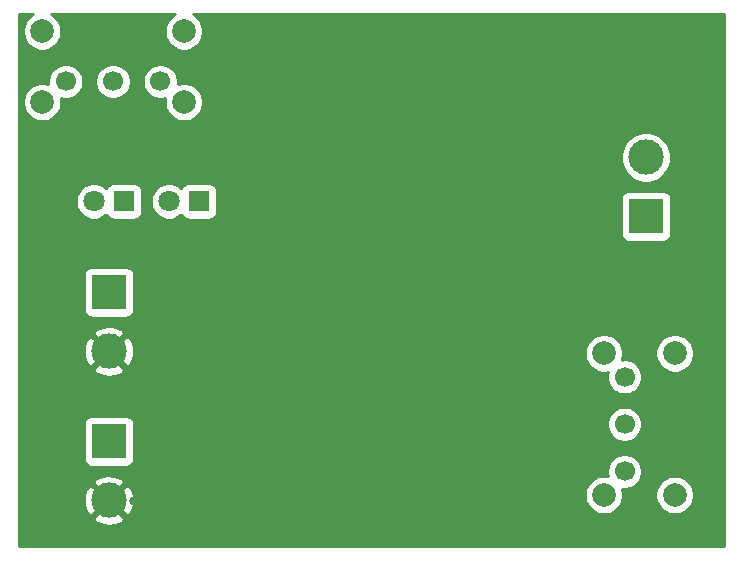
<source format=gbr>
%TF.GenerationSoftware,KiCad,Pcbnew,(5.1.10)-1*%
%TF.CreationDate,2021-08-29T18:49:46-07:00*%
%TF.ProjectId,Solar Charger,536f6c61-7220-4436-9861-726765722e6b,rev?*%
%TF.SameCoordinates,Original*%
%TF.FileFunction,Copper,L2,Bot*%
%TF.FilePolarity,Positive*%
%FSLAX46Y46*%
G04 Gerber Fmt 4.6, Leading zero omitted, Abs format (unit mm)*
G04 Created by KiCad (PCBNEW (5.1.10)-1) date 2021-08-29 18:49:46*
%MOMM*%
%LPD*%
G01*
G04 APERTURE LIST*
%TA.AperFunction,ComponentPad*%
%ADD10C,1.700000*%
%TD*%
%TA.AperFunction,ComponentPad*%
%ADD11C,2.000000*%
%TD*%
%TA.AperFunction,ComponentPad*%
%ADD12C,1.800000*%
%TD*%
%TA.AperFunction,ComponentPad*%
%ADD13R,1.800000X1.800000*%
%TD*%
%TA.AperFunction,ComponentPad*%
%ADD14C,3.000000*%
%TD*%
%TA.AperFunction,ComponentPad*%
%ADD15R,3.000000X3.000000*%
%TD*%
%TA.AperFunction,ViaPad*%
%ADD16C,0.800000*%
%TD*%
%TA.AperFunction,Conductor*%
%ADD17C,0.254000*%
%TD*%
%TA.AperFunction,Conductor*%
%ADD18C,0.100000*%
%TD*%
G04 APERTURE END LIST*
D10*
%TO.P,Output +5V,3*%
%TO.N,N/C*%
X119860000Y-83440000D03*
%TO.P,Output +5V,2*%
%TO.N,Bat_Boost*%
X119860000Y-87440000D03*
%TO.P,Output +5V,1*%
%TO.N,-Charge*%
X119860000Y-91440000D03*
D11*
%TO.P,Output +5V,*%
%TO.N,*%
X124110000Y-93440000D03*
X124110000Y-81440000D03*
X118110000Y-81440000D03*
X118110000Y-93440000D03*
%TD*%
D12*
%TO.P,Fully Charged,2*%
%TO.N,Net-(D1-Pad2)*%
X81280000Y-68580000D03*
D13*
%TO.P,Fully Charged,1*%
%TO.N,Net-(D2-Pad1)*%
X83820000Y-68580000D03*
%TD*%
D10*
%TO.P,Charge Battery,3*%
%TO.N,N/C*%
X72550000Y-58420000D03*
%TO.P,Charge Battery,2*%
%TO.N,Charge*%
X76550000Y-58420000D03*
%TO.P,Charge Battery,1*%
%TO.N,VDC*%
X80550000Y-58420000D03*
D11*
%TO.P,Charge Battery,*%
%TO.N,*%
X82550000Y-54170000D03*
X70550000Y-54170000D03*
X70550000Y-60170000D03*
X82550000Y-60170000D03*
%TD*%
D14*
%TO.P,5V Output,2*%
%TO.N,GND*%
X76200000Y-93900000D03*
D15*
%TO.P,5V Output,1*%
%TO.N,+5V*%
X76200000Y-88900000D03*
%TD*%
D14*
%TO.P,Solar Panel,2*%
%TO.N,GND*%
X76200000Y-81280000D03*
D15*
%TO.P,Solar Panel,1*%
%TO.N,VDC*%
X76200000Y-76280000D03*
%TD*%
D14*
%TO.P,Battery,2*%
%TO.N,-BATT*%
X121666000Y-64850000D03*
D15*
%TO.P,Battery,1*%
%TO.N,-Charge*%
X121666000Y-69850000D03*
%TD*%
D12*
%TO.P,Charging,2*%
%TO.N,Net-(D1-Pad2)*%
X74930000Y-68580000D03*
D13*
%TO.P,Charging,1*%
%TO.N,Net-(D1-Pad1)*%
X77470000Y-68580000D03*
%TD*%
D16*
%TO.N,GND*%
X78359000Y-93980000D03*
X102235000Y-87122000D03*
X88900000Y-97155000D03*
X95250000Y-97282000D03*
X92710000Y-88646000D03*
X84455000Y-86360000D03*
X89535000Y-81280000D03*
X93980000Y-74422000D03*
X101600000Y-80518000D03*
X104775000Y-78740000D03*
X103124000Y-78740000D03*
X110998000Y-85090000D03*
X110490000Y-82169000D03*
X111760000Y-71882000D03*
X100330000Y-70485000D03*
X105410000Y-69342000D03*
X115443000Y-55118000D03*
X116713000Y-59690000D03*
X109855000Y-62230000D03*
X105410000Y-60325000D03*
X99060000Y-53848000D03*
X86106000Y-60960000D03*
X109601000Y-91440000D03*
%TD*%
D17*
%TO.N,GND*%
X69507748Y-52900013D02*
X69280013Y-53127748D01*
X69101082Y-53395537D01*
X68977832Y-53693088D01*
X68915000Y-54008967D01*
X68915000Y-54331033D01*
X68977832Y-54646912D01*
X69101082Y-54944463D01*
X69280013Y-55212252D01*
X69507748Y-55439987D01*
X69775537Y-55618918D01*
X70073088Y-55742168D01*
X70388967Y-55805000D01*
X70711033Y-55805000D01*
X71026912Y-55742168D01*
X71324463Y-55618918D01*
X71592252Y-55439987D01*
X71819987Y-55212252D01*
X71998918Y-54944463D01*
X72122168Y-54646912D01*
X72185000Y-54331033D01*
X72185000Y-54008967D01*
X72122168Y-53693088D01*
X71998918Y-53395537D01*
X71819987Y-53127748D01*
X71592252Y-52900013D01*
X71337810Y-52730000D01*
X81762190Y-52730000D01*
X81507748Y-52900013D01*
X81280013Y-53127748D01*
X81101082Y-53395537D01*
X80977832Y-53693088D01*
X80915000Y-54008967D01*
X80915000Y-54331033D01*
X80977832Y-54646912D01*
X81101082Y-54944463D01*
X81280013Y-55212252D01*
X81507748Y-55439987D01*
X81775537Y-55618918D01*
X82073088Y-55742168D01*
X82388967Y-55805000D01*
X82711033Y-55805000D01*
X83026912Y-55742168D01*
X83324463Y-55618918D01*
X83592252Y-55439987D01*
X83819987Y-55212252D01*
X83998918Y-54944463D01*
X84122168Y-54646912D01*
X84185000Y-54331033D01*
X84185000Y-54008967D01*
X84122168Y-53693088D01*
X83998918Y-53395537D01*
X83819987Y-53127748D01*
X83592252Y-52900013D01*
X83337810Y-52730000D01*
X128245000Y-52730000D01*
X128245001Y-97765000D01*
X68605000Y-97765000D01*
X68605000Y-95391653D01*
X74887952Y-95391653D01*
X75043962Y-95707214D01*
X75418745Y-95898020D01*
X75823551Y-96012044D01*
X76242824Y-96044902D01*
X76660451Y-95995334D01*
X77060383Y-95865243D01*
X77356038Y-95707214D01*
X77512048Y-95391653D01*
X76200000Y-94079605D01*
X74887952Y-95391653D01*
X68605000Y-95391653D01*
X68605000Y-93942824D01*
X74055098Y-93942824D01*
X74104666Y-94360451D01*
X74234757Y-94760383D01*
X74392786Y-95056038D01*
X74708347Y-95212048D01*
X76020395Y-93900000D01*
X76379605Y-93900000D01*
X77691653Y-95212048D01*
X78007214Y-95056038D01*
X78198020Y-94681255D01*
X78312044Y-94276449D01*
X78344902Y-93857176D01*
X78295334Y-93439549D01*
X78243100Y-93278967D01*
X116475000Y-93278967D01*
X116475000Y-93601033D01*
X116537832Y-93916912D01*
X116661082Y-94214463D01*
X116840013Y-94482252D01*
X117067748Y-94709987D01*
X117335537Y-94888918D01*
X117633088Y-95012168D01*
X117948967Y-95075000D01*
X118271033Y-95075000D01*
X118586912Y-95012168D01*
X118884463Y-94888918D01*
X119152252Y-94709987D01*
X119379987Y-94482252D01*
X119558918Y-94214463D01*
X119682168Y-93916912D01*
X119745000Y-93601033D01*
X119745000Y-93278967D01*
X122475000Y-93278967D01*
X122475000Y-93601033D01*
X122537832Y-93916912D01*
X122661082Y-94214463D01*
X122840013Y-94482252D01*
X123067748Y-94709987D01*
X123335537Y-94888918D01*
X123633088Y-95012168D01*
X123948967Y-95075000D01*
X124271033Y-95075000D01*
X124586912Y-95012168D01*
X124884463Y-94888918D01*
X125152252Y-94709987D01*
X125379987Y-94482252D01*
X125558918Y-94214463D01*
X125682168Y-93916912D01*
X125745000Y-93601033D01*
X125745000Y-93278967D01*
X125682168Y-92963088D01*
X125558918Y-92665537D01*
X125379987Y-92397748D01*
X125152252Y-92170013D01*
X124884463Y-91991082D01*
X124586912Y-91867832D01*
X124271033Y-91805000D01*
X123948967Y-91805000D01*
X123633088Y-91867832D01*
X123335537Y-91991082D01*
X123067748Y-92170013D01*
X122840013Y-92397748D01*
X122661082Y-92665537D01*
X122537832Y-92963088D01*
X122475000Y-93278967D01*
X119745000Y-93278967D01*
X119682168Y-92963088D01*
X119662140Y-92914736D01*
X119713740Y-92925000D01*
X120006260Y-92925000D01*
X120293158Y-92867932D01*
X120563411Y-92755990D01*
X120806632Y-92593475D01*
X121013475Y-92386632D01*
X121175990Y-92143411D01*
X121287932Y-91873158D01*
X121345000Y-91586260D01*
X121345000Y-91293740D01*
X121287932Y-91006842D01*
X121175990Y-90736589D01*
X121013475Y-90493368D01*
X120806632Y-90286525D01*
X120563411Y-90124010D01*
X120293158Y-90012068D01*
X120006260Y-89955000D01*
X119713740Y-89955000D01*
X119426842Y-90012068D01*
X119156589Y-90124010D01*
X118913368Y-90286525D01*
X118706525Y-90493368D01*
X118544010Y-90736589D01*
X118432068Y-91006842D01*
X118375000Y-91293740D01*
X118375000Y-91586260D01*
X118424586Y-91835543D01*
X118271033Y-91805000D01*
X117948967Y-91805000D01*
X117633088Y-91867832D01*
X117335537Y-91991082D01*
X117067748Y-92170013D01*
X116840013Y-92397748D01*
X116661082Y-92665537D01*
X116537832Y-92963088D01*
X116475000Y-93278967D01*
X78243100Y-93278967D01*
X78165243Y-93039617D01*
X78007214Y-92743962D01*
X77691653Y-92587952D01*
X76379605Y-93900000D01*
X76020395Y-93900000D01*
X74708347Y-92587952D01*
X74392786Y-92743962D01*
X74201980Y-93118745D01*
X74087956Y-93523551D01*
X74055098Y-93942824D01*
X68605000Y-93942824D01*
X68605000Y-92408347D01*
X74887952Y-92408347D01*
X76200000Y-93720395D01*
X77512048Y-92408347D01*
X77356038Y-92092786D01*
X76981255Y-91901980D01*
X76576449Y-91787956D01*
X76157176Y-91755098D01*
X75739549Y-91804666D01*
X75339617Y-91934757D01*
X75043962Y-92092786D01*
X74887952Y-92408347D01*
X68605000Y-92408347D01*
X68605000Y-87400000D01*
X74061928Y-87400000D01*
X74061928Y-90400000D01*
X74074188Y-90524482D01*
X74110498Y-90644180D01*
X74169463Y-90754494D01*
X74248815Y-90851185D01*
X74345506Y-90930537D01*
X74455820Y-90989502D01*
X74575518Y-91025812D01*
X74700000Y-91038072D01*
X77700000Y-91038072D01*
X77824482Y-91025812D01*
X77944180Y-90989502D01*
X78054494Y-90930537D01*
X78151185Y-90851185D01*
X78230537Y-90754494D01*
X78289502Y-90644180D01*
X78325812Y-90524482D01*
X78338072Y-90400000D01*
X78338072Y-87400000D01*
X78327607Y-87293740D01*
X118375000Y-87293740D01*
X118375000Y-87586260D01*
X118432068Y-87873158D01*
X118544010Y-88143411D01*
X118706525Y-88386632D01*
X118913368Y-88593475D01*
X119156589Y-88755990D01*
X119426842Y-88867932D01*
X119713740Y-88925000D01*
X120006260Y-88925000D01*
X120293158Y-88867932D01*
X120563411Y-88755990D01*
X120806632Y-88593475D01*
X121013475Y-88386632D01*
X121175990Y-88143411D01*
X121287932Y-87873158D01*
X121345000Y-87586260D01*
X121345000Y-87293740D01*
X121287932Y-87006842D01*
X121175990Y-86736589D01*
X121013475Y-86493368D01*
X120806632Y-86286525D01*
X120563411Y-86124010D01*
X120293158Y-86012068D01*
X120006260Y-85955000D01*
X119713740Y-85955000D01*
X119426842Y-86012068D01*
X119156589Y-86124010D01*
X118913368Y-86286525D01*
X118706525Y-86493368D01*
X118544010Y-86736589D01*
X118432068Y-87006842D01*
X118375000Y-87293740D01*
X78327607Y-87293740D01*
X78325812Y-87275518D01*
X78289502Y-87155820D01*
X78230537Y-87045506D01*
X78151185Y-86948815D01*
X78054494Y-86869463D01*
X77944180Y-86810498D01*
X77824482Y-86774188D01*
X77700000Y-86761928D01*
X74700000Y-86761928D01*
X74575518Y-86774188D01*
X74455820Y-86810498D01*
X74345506Y-86869463D01*
X74248815Y-86948815D01*
X74169463Y-87045506D01*
X74110498Y-87155820D01*
X74074188Y-87275518D01*
X74061928Y-87400000D01*
X68605000Y-87400000D01*
X68605000Y-82771653D01*
X74887952Y-82771653D01*
X75043962Y-83087214D01*
X75418745Y-83278020D01*
X75823551Y-83392044D01*
X76242824Y-83424902D01*
X76660451Y-83375334D01*
X77060383Y-83245243D01*
X77356038Y-83087214D01*
X77512048Y-82771653D01*
X76200000Y-81459605D01*
X74887952Y-82771653D01*
X68605000Y-82771653D01*
X68605000Y-81322824D01*
X74055098Y-81322824D01*
X74104666Y-81740451D01*
X74234757Y-82140383D01*
X74392786Y-82436038D01*
X74708347Y-82592048D01*
X76020395Y-81280000D01*
X76379605Y-81280000D01*
X77691653Y-82592048D01*
X78007214Y-82436038D01*
X78198020Y-82061255D01*
X78312044Y-81656449D01*
X78341626Y-81278967D01*
X116475000Y-81278967D01*
X116475000Y-81601033D01*
X116537832Y-81916912D01*
X116661082Y-82214463D01*
X116840013Y-82482252D01*
X117067748Y-82709987D01*
X117335537Y-82888918D01*
X117633088Y-83012168D01*
X117948967Y-83075000D01*
X118271033Y-83075000D01*
X118424586Y-83044457D01*
X118375000Y-83293740D01*
X118375000Y-83586260D01*
X118432068Y-83873158D01*
X118544010Y-84143411D01*
X118706525Y-84386632D01*
X118913368Y-84593475D01*
X119156589Y-84755990D01*
X119426842Y-84867932D01*
X119713740Y-84925000D01*
X120006260Y-84925000D01*
X120293158Y-84867932D01*
X120563411Y-84755990D01*
X120806632Y-84593475D01*
X121013475Y-84386632D01*
X121175990Y-84143411D01*
X121287932Y-83873158D01*
X121345000Y-83586260D01*
X121345000Y-83293740D01*
X121287932Y-83006842D01*
X121175990Y-82736589D01*
X121013475Y-82493368D01*
X120806632Y-82286525D01*
X120563411Y-82124010D01*
X120293158Y-82012068D01*
X120006260Y-81955000D01*
X119713740Y-81955000D01*
X119662140Y-81965264D01*
X119682168Y-81916912D01*
X119745000Y-81601033D01*
X119745000Y-81278967D01*
X122475000Y-81278967D01*
X122475000Y-81601033D01*
X122537832Y-81916912D01*
X122661082Y-82214463D01*
X122840013Y-82482252D01*
X123067748Y-82709987D01*
X123335537Y-82888918D01*
X123633088Y-83012168D01*
X123948967Y-83075000D01*
X124271033Y-83075000D01*
X124586912Y-83012168D01*
X124884463Y-82888918D01*
X125152252Y-82709987D01*
X125379987Y-82482252D01*
X125558918Y-82214463D01*
X125682168Y-81916912D01*
X125745000Y-81601033D01*
X125745000Y-81278967D01*
X125682168Y-80963088D01*
X125558918Y-80665537D01*
X125379987Y-80397748D01*
X125152252Y-80170013D01*
X124884463Y-79991082D01*
X124586912Y-79867832D01*
X124271033Y-79805000D01*
X123948967Y-79805000D01*
X123633088Y-79867832D01*
X123335537Y-79991082D01*
X123067748Y-80170013D01*
X122840013Y-80397748D01*
X122661082Y-80665537D01*
X122537832Y-80963088D01*
X122475000Y-81278967D01*
X119745000Y-81278967D01*
X119682168Y-80963088D01*
X119558918Y-80665537D01*
X119379987Y-80397748D01*
X119152252Y-80170013D01*
X118884463Y-79991082D01*
X118586912Y-79867832D01*
X118271033Y-79805000D01*
X117948967Y-79805000D01*
X117633088Y-79867832D01*
X117335537Y-79991082D01*
X117067748Y-80170013D01*
X116840013Y-80397748D01*
X116661082Y-80665537D01*
X116537832Y-80963088D01*
X116475000Y-81278967D01*
X78341626Y-81278967D01*
X78344902Y-81237176D01*
X78295334Y-80819549D01*
X78165243Y-80419617D01*
X78007214Y-80123962D01*
X77691653Y-79967952D01*
X76379605Y-81280000D01*
X76020395Y-81280000D01*
X74708347Y-79967952D01*
X74392786Y-80123962D01*
X74201980Y-80498745D01*
X74087956Y-80903551D01*
X74055098Y-81322824D01*
X68605000Y-81322824D01*
X68605000Y-79788347D01*
X74887952Y-79788347D01*
X76200000Y-81100395D01*
X77512048Y-79788347D01*
X77356038Y-79472786D01*
X76981255Y-79281980D01*
X76576449Y-79167956D01*
X76157176Y-79135098D01*
X75739549Y-79184666D01*
X75339617Y-79314757D01*
X75043962Y-79472786D01*
X74887952Y-79788347D01*
X68605000Y-79788347D01*
X68605000Y-74780000D01*
X74061928Y-74780000D01*
X74061928Y-77780000D01*
X74074188Y-77904482D01*
X74110498Y-78024180D01*
X74169463Y-78134494D01*
X74248815Y-78231185D01*
X74345506Y-78310537D01*
X74455820Y-78369502D01*
X74575518Y-78405812D01*
X74700000Y-78418072D01*
X77700000Y-78418072D01*
X77824482Y-78405812D01*
X77944180Y-78369502D01*
X78054494Y-78310537D01*
X78151185Y-78231185D01*
X78230537Y-78134494D01*
X78289502Y-78024180D01*
X78325812Y-77904482D01*
X78338072Y-77780000D01*
X78338072Y-74780000D01*
X78325812Y-74655518D01*
X78289502Y-74535820D01*
X78230537Y-74425506D01*
X78151185Y-74328815D01*
X78054494Y-74249463D01*
X77944180Y-74190498D01*
X77824482Y-74154188D01*
X77700000Y-74141928D01*
X74700000Y-74141928D01*
X74575518Y-74154188D01*
X74455820Y-74190498D01*
X74345506Y-74249463D01*
X74248815Y-74328815D01*
X74169463Y-74425506D01*
X74110498Y-74535820D01*
X74074188Y-74655518D01*
X74061928Y-74780000D01*
X68605000Y-74780000D01*
X68605000Y-68428816D01*
X73395000Y-68428816D01*
X73395000Y-68731184D01*
X73453989Y-69027743D01*
X73569701Y-69307095D01*
X73737688Y-69558505D01*
X73951495Y-69772312D01*
X74202905Y-69940299D01*
X74482257Y-70056011D01*
X74778816Y-70115000D01*
X75081184Y-70115000D01*
X75377743Y-70056011D01*
X75657095Y-69940299D01*
X75908505Y-69772312D01*
X75974944Y-69705873D01*
X75980498Y-69724180D01*
X76039463Y-69834494D01*
X76118815Y-69931185D01*
X76215506Y-70010537D01*
X76325820Y-70069502D01*
X76445518Y-70105812D01*
X76570000Y-70118072D01*
X78370000Y-70118072D01*
X78494482Y-70105812D01*
X78614180Y-70069502D01*
X78724494Y-70010537D01*
X78821185Y-69931185D01*
X78900537Y-69834494D01*
X78959502Y-69724180D01*
X78995812Y-69604482D01*
X79008072Y-69480000D01*
X79008072Y-68428816D01*
X79745000Y-68428816D01*
X79745000Y-68731184D01*
X79803989Y-69027743D01*
X79919701Y-69307095D01*
X80087688Y-69558505D01*
X80301495Y-69772312D01*
X80552905Y-69940299D01*
X80832257Y-70056011D01*
X81128816Y-70115000D01*
X81431184Y-70115000D01*
X81727743Y-70056011D01*
X82007095Y-69940299D01*
X82258505Y-69772312D01*
X82324944Y-69705873D01*
X82330498Y-69724180D01*
X82389463Y-69834494D01*
X82468815Y-69931185D01*
X82565506Y-70010537D01*
X82675820Y-70069502D01*
X82795518Y-70105812D01*
X82920000Y-70118072D01*
X84720000Y-70118072D01*
X84844482Y-70105812D01*
X84964180Y-70069502D01*
X85074494Y-70010537D01*
X85171185Y-69931185D01*
X85250537Y-69834494D01*
X85309502Y-69724180D01*
X85345812Y-69604482D01*
X85358072Y-69480000D01*
X85358072Y-68350000D01*
X119527928Y-68350000D01*
X119527928Y-71350000D01*
X119540188Y-71474482D01*
X119576498Y-71594180D01*
X119635463Y-71704494D01*
X119714815Y-71801185D01*
X119811506Y-71880537D01*
X119921820Y-71939502D01*
X120041518Y-71975812D01*
X120166000Y-71988072D01*
X123166000Y-71988072D01*
X123290482Y-71975812D01*
X123410180Y-71939502D01*
X123520494Y-71880537D01*
X123617185Y-71801185D01*
X123696537Y-71704494D01*
X123755502Y-71594180D01*
X123791812Y-71474482D01*
X123804072Y-71350000D01*
X123804072Y-68350000D01*
X123791812Y-68225518D01*
X123755502Y-68105820D01*
X123696537Y-67995506D01*
X123617185Y-67898815D01*
X123520494Y-67819463D01*
X123410180Y-67760498D01*
X123290482Y-67724188D01*
X123166000Y-67711928D01*
X120166000Y-67711928D01*
X120041518Y-67724188D01*
X119921820Y-67760498D01*
X119811506Y-67819463D01*
X119714815Y-67898815D01*
X119635463Y-67995506D01*
X119576498Y-68105820D01*
X119540188Y-68225518D01*
X119527928Y-68350000D01*
X85358072Y-68350000D01*
X85358072Y-67680000D01*
X85345812Y-67555518D01*
X85309502Y-67435820D01*
X85250537Y-67325506D01*
X85171185Y-67228815D01*
X85074494Y-67149463D01*
X84964180Y-67090498D01*
X84844482Y-67054188D01*
X84720000Y-67041928D01*
X82920000Y-67041928D01*
X82795518Y-67054188D01*
X82675820Y-67090498D01*
X82565506Y-67149463D01*
X82468815Y-67228815D01*
X82389463Y-67325506D01*
X82330498Y-67435820D01*
X82324944Y-67454127D01*
X82258505Y-67387688D01*
X82007095Y-67219701D01*
X81727743Y-67103989D01*
X81431184Y-67045000D01*
X81128816Y-67045000D01*
X80832257Y-67103989D01*
X80552905Y-67219701D01*
X80301495Y-67387688D01*
X80087688Y-67601495D01*
X79919701Y-67852905D01*
X79803989Y-68132257D01*
X79745000Y-68428816D01*
X79008072Y-68428816D01*
X79008072Y-67680000D01*
X78995812Y-67555518D01*
X78959502Y-67435820D01*
X78900537Y-67325506D01*
X78821185Y-67228815D01*
X78724494Y-67149463D01*
X78614180Y-67090498D01*
X78494482Y-67054188D01*
X78370000Y-67041928D01*
X76570000Y-67041928D01*
X76445518Y-67054188D01*
X76325820Y-67090498D01*
X76215506Y-67149463D01*
X76118815Y-67228815D01*
X76039463Y-67325506D01*
X75980498Y-67435820D01*
X75974944Y-67454127D01*
X75908505Y-67387688D01*
X75657095Y-67219701D01*
X75377743Y-67103989D01*
X75081184Y-67045000D01*
X74778816Y-67045000D01*
X74482257Y-67103989D01*
X74202905Y-67219701D01*
X73951495Y-67387688D01*
X73737688Y-67601495D01*
X73569701Y-67852905D01*
X73453989Y-68132257D01*
X73395000Y-68428816D01*
X68605000Y-68428816D01*
X68605000Y-64639721D01*
X119531000Y-64639721D01*
X119531000Y-65060279D01*
X119613047Y-65472756D01*
X119773988Y-65861302D01*
X120007637Y-66210983D01*
X120305017Y-66508363D01*
X120654698Y-66742012D01*
X121043244Y-66902953D01*
X121455721Y-66985000D01*
X121876279Y-66985000D01*
X122288756Y-66902953D01*
X122677302Y-66742012D01*
X123026983Y-66508363D01*
X123324363Y-66210983D01*
X123558012Y-65861302D01*
X123718953Y-65472756D01*
X123801000Y-65060279D01*
X123801000Y-64639721D01*
X123718953Y-64227244D01*
X123558012Y-63838698D01*
X123324363Y-63489017D01*
X123026983Y-63191637D01*
X122677302Y-62957988D01*
X122288756Y-62797047D01*
X121876279Y-62715000D01*
X121455721Y-62715000D01*
X121043244Y-62797047D01*
X120654698Y-62957988D01*
X120305017Y-63191637D01*
X120007637Y-63489017D01*
X119773988Y-63838698D01*
X119613047Y-64227244D01*
X119531000Y-64639721D01*
X68605000Y-64639721D01*
X68605000Y-60008967D01*
X68915000Y-60008967D01*
X68915000Y-60331033D01*
X68977832Y-60646912D01*
X69101082Y-60944463D01*
X69280013Y-61212252D01*
X69507748Y-61439987D01*
X69775537Y-61618918D01*
X70073088Y-61742168D01*
X70388967Y-61805000D01*
X70711033Y-61805000D01*
X71026912Y-61742168D01*
X71324463Y-61618918D01*
X71592252Y-61439987D01*
X71819987Y-61212252D01*
X71998918Y-60944463D01*
X72122168Y-60646912D01*
X72185000Y-60331033D01*
X72185000Y-60008967D01*
X72154457Y-59855414D01*
X72403740Y-59905000D01*
X72696260Y-59905000D01*
X72983158Y-59847932D01*
X73253411Y-59735990D01*
X73496632Y-59573475D01*
X73703475Y-59366632D01*
X73865990Y-59123411D01*
X73977932Y-58853158D01*
X74035000Y-58566260D01*
X74035000Y-58273740D01*
X75065000Y-58273740D01*
X75065000Y-58566260D01*
X75122068Y-58853158D01*
X75234010Y-59123411D01*
X75396525Y-59366632D01*
X75603368Y-59573475D01*
X75846589Y-59735990D01*
X76116842Y-59847932D01*
X76403740Y-59905000D01*
X76696260Y-59905000D01*
X76983158Y-59847932D01*
X77253411Y-59735990D01*
X77496632Y-59573475D01*
X77703475Y-59366632D01*
X77865990Y-59123411D01*
X77977932Y-58853158D01*
X78035000Y-58566260D01*
X78035000Y-58273740D01*
X79065000Y-58273740D01*
X79065000Y-58566260D01*
X79122068Y-58853158D01*
X79234010Y-59123411D01*
X79396525Y-59366632D01*
X79603368Y-59573475D01*
X79846589Y-59735990D01*
X80116842Y-59847932D01*
X80403740Y-59905000D01*
X80696260Y-59905000D01*
X80945543Y-59855414D01*
X80915000Y-60008967D01*
X80915000Y-60331033D01*
X80977832Y-60646912D01*
X81101082Y-60944463D01*
X81280013Y-61212252D01*
X81507748Y-61439987D01*
X81775537Y-61618918D01*
X82073088Y-61742168D01*
X82388967Y-61805000D01*
X82711033Y-61805000D01*
X83026912Y-61742168D01*
X83324463Y-61618918D01*
X83592252Y-61439987D01*
X83819987Y-61212252D01*
X83998918Y-60944463D01*
X84122168Y-60646912D01*
X84185000Y-60331033D01*
X84185000Y-60008967D01*
X84122168Y-59693088D01*
X83998918Y-59395537D01*
X83819987Y-59127748D01*
X83592252Y-58900013D01*
X83324463Y-58721082D01*
X83026912Y-58597832D01*
X82711033Y-58535000D01*
X82388967Y-58535000D01*
X82073088Y-58597832D01*
X82024736Y-58617860D01*
X82035000Y-58566260D01*
X82035000Y-58273740D01*
X81977932Y-57986842D01*
X81865990Y-57716589D01*
X81703475Y-57473368D01*
X81496632Y-57266525D01*
X81253411Y-57104010D01*
X80983158Y-56992068D01*
X80696260Y-56935000D01*
X80403740Y-56935000D01*
X80116842Y-56992068D01*
X79846589Y-57104010D01*
X79603368Y-57266525D01*
X79396525Y-57473368D01*
X79234010Y-57716589D01*
X79122068Y-57986842D01*
X79065000Y-58273740D01*
X78035000Y-58273740D01*
X77977932Y-57986842D01*
X77865990Y-57716589D01*
X77703475Y-57473368D01*
X77496632Y-57266525D01*
X77253411Y-57104010D01*
X76983158Y-56992068D01*
X76696260Y-56935000D01*
X76403740Y-56935000D01*
X76116842Y-56992068D01*
X75846589Y-57104010D01*
X75603368Y-57266525D01*
X75396525Y-57473368D01*
X75234010Y-57716589D01*
X75122068Y-57986842D01*
X75065000Y-58273740D01*
X74035000Y-58273740D01*
X73977932Y-57986842D01*
X73865990Y-57716589D01*
X73703475Y-57473368D01*
X73496632Y-57266525D01*
X73253411Y-57104010D01*
X72983158Y-56992068D01*
X72696260Y-56935000D01*
X72403740Y-56935000D01*
X72116842Y-56992068D01*
X71846589Y-57104010D01*
X71603368Y-57266525D01*
X71396525Y-57473368D01*
X71234010Y-57716589D01*
X71122068Y-57986842D01*
X71065000Y-58273740D01*
X71065000Y-58566260D01*
X71075264Y-58617860D01*
X71026912Y-58597832D01*
X70711033Y-58535000D01*
X70388967Y-58535000D01*
X70073088Y-58597832D01*
X69775537Y-58721082D01*
X69507748Y-58900013D01*
X69280013Y-59127748D01*
X69101082Y-59395537D01*
X68977832Y-59693088D01*
X68915000Y-60008967D01*
X68605000Y-60008967D01*
X68605000Y-52730000D01*
X69762190Y-52730000D01*
X69507748Y-52900013D01*
%TA.AperFunction,Conductor*%
D18*
G36*
X69507748Y-52900013D02*
G01*
X69280013Y-53127748D01*
X69101082Y-53395537D01*
X68977832Y-53693088D01*
X68915000Y-54008967D01*
X68915000Y-54331033D01*
X68977832Y-54646912D01*
X69101082Y-54944463D01*
X69280013Y-55212252D01*
X69507748Y-55439987D01*
X69775537Y-55618918D01*
X70073088Y-55742168D01*
X70388967Y-55805000D01*
X70711033Y-55805000D01*
X71026912Y-55742168D01*
X71324463Y-55618918D01*
X71592252Y-55439987D01*
X71819987Y-55212252D01*
X71998918Y-54944463D01*
X72122168Y-54646912D01*
X72185000Y-54331033D01*
X72185000Y-54008967D01*
X72122168Y-53693088D01*
X71998918Y-53395537D01*
X71819987Y-53127748D01*
X71592252Y-52900013D01*
X71337810Y-52730000D01*
X81762190Y-52730000D01*
X81507748Y-52900013D01*
X81280013Y-53127748D01*
X81101082Y-53395537D01*
X80977832Y-53693088D01*
X80915000Y-54008967D01*
X80915000Y-54331033D01*
X80977832Y-54646912D01*
X81101082Y-54944463D01*
X81280013Y-55212252D01*
X81507748Y-55439987D01*
X81775537Y-55618918D01*
X82073088Y-55742168D01*
X82388967Y-55805000D01*
X82711033Y-55805000D01*
X83026912Y-55742168D01*
X83324463Y-55618918D01*
X83592252Y-55439987D01*
X83819987Y-55212252D01*
X83998918Y-54944463D01*
X84122168Y-54646912D01*
X84185000Y-54331033D01*
X84185000Y-54008967D01*
X84122168Y-53693088D01*
X83998918Y-53395537D01*
X83819987Y-53127748D01*
X83592252Y-52900013D01*
X83337810Y-52730000D01*
X128245000Y-52730000D01*
X128245001Y-97765000D01*
X68605000Y-97765000D01*
X68605000Y-95391653D01*
X74887952Y-95391653D01*
X75043962Y-95707214D01*
X75418745Y-95898020D01*
X75823551Y-96012044D01*
X76242824Y-96044902D01*
X76660451Y-95995334D01*
X77060383Y-95865243D01*
X77356038Y-95707214D01*
X77512048Y-95391653D01*
X76200000Y-94079605D01*
X74887952Y-95391653D01*
X68605000Y-95391653D01*
X68605000Y-93942824D01*
X74055098Y-93942824D01*
X74104666Y-94360451D01*
X74234757Y-94760383D01*
X74392786Y-95056038D01*
X74708347Y-95212048D01*
X76020395Y-93900000D01*
X76379605Y-93900000D01*
X77691653Y-95212048D01*
X78007214Y-95056038D01*
X78198020Y-94681255D01*
X78312044Y-94276449D01*
X78344902Y-93857176D01*
X78295334Y-93439549D01*
X78243100Y-93278967D01*
X116475000Y-93278967D01*
X116475000Y-93601033D01*
X116537832Y-93916912D01*
X116661082Y-94214463D01*
X116840013Y-94482252D01*
X117067748Y-94709987D01*
X117335537Y-94888918D01*
X117633088Y-95012168D01*
X117948967Y-95075000D01*
X118271033Y-95075000D01*
X118586912Y-95012168D01*
X118884463Y-94888918D01*
X119152252Y-94709987D01*
X119379987Y-94482252D01*
X119558918Y-94214463D01*
X119682168Y-93916912D01*
X119745000Y-93601033D01*
X119745000Y-93278967D01*
X122475000Y-93278967D01*
X122475000Y-93601033D01*
X122537832Y-93916912D01*
X122661082Y-94214463D01*
X122840013Y-94482252D01*
X123067748Y-94709987D01*
X123335537Y-94888918D01*
X123633088Y-95012168D01*
X123948967Y-95075000D01*
X124271033Y-95075000D01*
X124586912Y-95012168D01*
X124884463Y-94888918D01*
X125152252Y-94709987D01*
X125379987Y-94482252D01*
X125558918Y-94214463D01*
X125682168Y-93916912D01*
X125745000Y-93601033D01*
X125745000Y-93278967D01*
X125682168Y-92963088D01*
X125558918Y-92665537D01*
X125379987Y-92397748D01*
X125152252Y-92170013D01*
X124884463Y-91991082D01*
X124586912Y-91867832D01*
X124271033Y-91805000D01*
X123948967Y-91805000D01*
X123633088Y-91867832D01*
X123335537Y-91991082D01*
X123067748Y-92170013D01*
X122840013Y-92397748D01*
X122661082Y-92665537D01*
X122537832Y-92963088D01*
X122475000Y-93278967D01*
X119745000Y-93278967D01*
X119682168Y-92963088D01*
X119662140Y-92914736D01*
X119713740Y-92925000D01*
X120006260Y-92925000D01*
X120293158Y-92867932D01*
X120563411Y-92755990D01*
X120806632Y-92593475D01*
X121013475Y-92386632D01*
X121175990Y-92143411D01*
X121287932Y-91873158D01*
X121345000Y-91586260D01*
X121345000Y-91293740D01*
X121287932Y-91006842D01*
X121175990Y-90736589D01*
X121013475Y-90493368D01*
X120806632Y-90286525D01*
X120563411Y-90124010D01*
X120293158Y-90012068D01*
X120006260Y-89955000D01*
X119713740Y-89955000D01*
X119426842Y-90012068D01*
X119156589Y-90124010D01*
X118913368Y-90286525D01*
X118706525Y-90493368D01*
X118544010Y-90736589D01*
X118432068Y-91006842D01*
X118375000Y-91293740D01*
X118375000Y-91586260D01*
X118424586Y-91835543D01*
X118271033Y-91805000D01*
X117948967Y-91805000D01*
X117633088Y-91867832D01*
X117335537Y-91991082D01*
X117067748Y-92170013D01*
X116840013Y-92397748D01*
X116661082Y-92665537D01*
X116537832Y-92963088D01*
X116475000Y-93278967D01*
X78243100Y-93278967D01*
X78165243Y-93039617D01*
X78007214Y-92743962D01*
X77691653Y-92587952D01*
X76379605Y-93900000D01*
X76020395Y-93900000D01*
X74708347Y-92587952D01*
X74392786Y-92743962D01*
X74201980Y-93118745D01*
X74087956Y-93523551D01*
X74055098Y-93942824D01*
X68605000Y-93942824D01*
X68605000Y-92408347D01*
X74887952Y-92408347D01*
X76200000Y-93720395D01*
X77512048Y-92408347D01*
X77356038Y-92092786D01*
X76981255Y-91901980D01*
X76576449Y-91787956D01*
X76157176Y-91755098D01*
X75739549Y-91804666D01*
X75339617Y-91934757D01*
X75043962Y-92092786D01*
X74887952Y-92408347D01*
X68605000Y-92408347D01*
X68605000Y-87400000D01*
X74061928Y-87400000D01*
X74061928Y-90400000D01*
X74074188Y-90524482D01*
X74110498Y-90644180D01*
X74169463Y-90754494D01*
X74248815Y-90851185D01*
X74345506Y-90930537D01*
X74455820Y-90989502D01*
X74575518Y-91025812D01*
X74700000Y-91038072D01*
X77700000Y-91038072D01*
X77824482Y-91025812D01*
X77944180Y-90989502D01*
X78054494Y-90930537D01*
X78151185Y-90851185D01*
X78230537Y-90754494D01*
X78289502Y-90644180D01*
X78325812Y-90524482D01*
X78338072Y-90400000D01*
X78338072Y-87400000D01*
X78327607Y-87293740D01*
X118375000Y-87293740D01*
X118375000Y-87586260D01*
X118432068Y-87873158D01*
X118544010Y-88143411D01*
X118706525Y-88386632D01*
X118913368Y-88593475D01*
X119156589Y-88755990D01*
X119426842Y-88867932D01*
X119713740Y-88925000D01*
X120006260Y-88925000D01*
X120293158Y-88867932D01*
X120563411Y-88755990D01*
X120806632Y-88593475D01*
X121013475Y-88386632D01*
X121175990Y-88143411D01*
X121287932Y-87873158D01*
X121345000Y-87586260D01*
X121345000Y-87293740D01*
X121287932Y-87006842D01*
X121175990Y-86736589D01*
X121013475Y-86493368D01*
X120806632Y-86286525D01*
X120563411Y-86124010D01*
X120293158Y-86012068D01*
X120006260Y-85955000D01*
X119713740Y-85955000D01*
X119426842Y-86012068D01*
X119156589Y-86124010D01*
X118913368Y-86286525D01*
X118706525Y-86493368D01*
X118544010Y-86736589D01*
X118432068Y-87006842D01*
X118375000Y-87293740D01*
X78327607Y-87293740D01*
X78325812Y-87275518D01*
X78289502Y-87155820D01*
X78230537Y-87045506D01*
X78151185Y-86948815D01*
X78054494Y-86869463D01*
X77944180Y-86810498D01*
X77824482Y-86774188D01*
X77700000Y-86761928D01*
X74700000Y-86761928D01*
X74575518Y-86774188D01*
X74455820Y-86810498D01*
X74345506Y-86869463D01*
X74248815Y-86948815D01*
X74169463Y-87045506D01*
X74110498Y-87155820D01*
X74074188Y-87275518D01*
X74061928Y-87400000D01*
X68605000Y-87400000D01*
X68605000Y-82771653D01*
X74887952Y-82771653D01*
X75043962Y-83087214D01*
X75418745Y-83278020D01*
X75823551Y-83392044D01*
X76242824Y-83424902D01*
X76660451Y-83375334D01*
X77060383Y-83245243D01*
X77356038Y-83087214D01*
X77512048Y-82771653D01*
X76200000Y-81459605D01*
X74887952Y-82771653D01*
X68605000Y-82771653D01*
X68605000Y-81322824D01*
X74055098Y-81322824D01*
X74104666Y-81740451D01*
X74234757Y-82140383D01*
X74392786Y-82436038D01*
X74708347Y-82592048D01*
X76020395Y-81280000D01*
X76379605Y-81280000D01*
X77691653Y-82592048D01*
X78007214Y-82436038D01*
X78198020Y-82061255D01*
X78312044Y-81656449D01*
X78341626Y-81278967D01*
X116475000Y-81278967D01*
X116475000Y-81601033D01*
X116537832Y-81916912D01*
X116661082Y-82214463D01*
X116840013Y-82482252D01*
X117067748Y-82709987D01*
X117335537Y-82888918D01*
X117633088Y-83012168D01*
X117948967Y-83075000D01*
X118271033Y-83075000D01*
X118424586Y-83044457D01*
X118375000Y-83293740D01*
X118375000Y-83586260D01*
X118432068Y-83873158D01*
X118544010Y-84143411D01*
X118706525Y-84386632D01*
X118913368Y-84593475D01*
X119156589Y-84755990D01*
X119426842Y-84867932D01*
X119713740Y-84925000D01*
X120006260Y-84925000D01*
X120293158Y-84867932D01*
X120563411Y-84755990D01*
X120806632Y-84593475D01*
X121013475Y-84386632D01*
X121175990Y-84143411D01*
X121287932Y-83873158D01*
X121345000Y-83586260D01*
X121345000Y-83293740D01*
X121287932Y-83006842D01*
X121175990Y-82736589D01*
X121013475Y-82493368D01*
X120806632Y-82286525D01*
X120563411Y-82124010D01*
X120293158Y-82012068D01*
X120006260Y-81955000D01*
X119713740Y-81955000D01*
X119662140Y-81965264D01*
X119682168Y-81916912D01*
X119745000Y-81601033D01*
X119745000Y-81278967D01*
X122475000Y-81278967D01*
X122475000Y-81601033D01*
X122537832Y-81916912D01*
X122661082Y-82214463D01*
X122840013Y-82482252D01*
X123067748Y-82709987D01*
X123335537Y-82888918D01*
X123633088Y-83012168D01*
X123948967Y-83075000D01*
X124271033Y-83075000D01*
X124586912Y-83012168D01*
X124884463Y-82888918D01*
X125152252Y-82709987D01*
X125379987Y-82482252D01*
X125558918Y-82214463D01*
X125682168Y-81916912D01*
X125745000Y-81601033D01*
X125745000Y-81278967D01*
X125682168Y-80963088D01*
X125558918Y-80665537D01*
X125379987Y-80397748D01*
X125152252Y-80170013D01*
X124884463Y-79991082D01*
X124586912Y-79867832D01*
X124271033Y-79805000D01*
X123948967Y-79805000D01*
X123633088Y-79867832D01*
X123335537Y-79991082D01*
X123067748Y-80170013D01*
X122840013Y-80397748D01*
X122661082Y-80665537D01*
X122537832Y-80963088D01*
X122475000Y-81278967D01*
X119745000Y-81278967D01*
X119682168Y-80963088D01*
X119558918Y-80665537D01*
X119379987Y-80397748D01*
X119152252Y-80170013D01*
X118884463Y-79991082D01*
X118586912Y-79867832D01*
X118271033Y-79805000D01*
X117948967Y-79805000D01*
X117633088Y-79867832D01*
X117335537Y-79991082D01*
X117067748Y-80170013D01*
X116840013Y-80397748D01*
X116661082Y-80665537D01*
X116537832Y-80963088D01*
X116475000Y-81278967D01*
X78341626Y-81278967D01*
X78344902Y-81237176D01*
X78295334Y-80819549D01*
X78165243Y-80419617D01*
X78007214Y-80123962D01*
X77691653Y-79967952D01*
X76379605Y-81280000D01*
X76020395Y-81280000D01*
X74708347Y-79967952D01*
X74392786Y-80123962D01*
X74201980Y-80498745D01*
X74087956Y-80903551D01*
X74055098Y-81322824D01*
X68605000Y-81322824D01*
X68605000Y-79788347D01*
X74887952Y-79788347D01*
X76200000Y-81100395D01*
X77512048Y-79788347D01*
X77356038Y-79472786D01*
X76981255Y-79281980D01*
X76576449Y-79167956D01*
X76157176Y-79135098D01*
X75739549Y-79184666D01*
X75339617Y-79314757D01*
X75043962Y-79472786D01*
X74887952Y-79788347D01*
X68605000Y-79788347D01*
X68605000Y-74780000D01*
X74061928Y-74780000D01*
X74061928Y-77780000D01*
X74074188Y-77904482D01*
X74110498Y-78024180D01*
X74169463Y-78134494D01*
X74248815Y-78231185D01*
X74345506Y-78310537D01*
X74455820Y-78369502D01*
X74575518Y-78405812D01*
X74700000Y-78418072D01*
X77700000Y-78418072D01*
X77824482Y-78405812D01*
X77944180Y-78369502D01*
X78054494Y-78310537D01*
X78151185Y-78231185D01*
X78230537Y-78134494D01*
X78289502Y-78024180D01*
X78325812Y-77904482D01*
X78338072Y-77780000D01*
X78338072Y-74780000D01*
X78325812Y-74655518D01*
X78289502Y-74535820D01*
X78230537Y-74425506D01*
X78151185Y-74328815D01*
X78054494Y-74249463D01*
X77944180Y-74190498D01*
X77824482Y-74154188D01*
X77700000Y-74141928D01*
X74700000Y-74141928D01*
X74575518Y-74154188D01*
X74455820Y-74190498D01*
X74345506Y-74249463D01*
X74248815Y-74328815D01*
X74169463Y-74425506D01*
X74110498Y-74535820D01*
X74074188Y-74655518D01*
X74061928Y-74780000D01*
X68605000Y-74780000D01*
X68605000Y-68428816D01*
X73395000Y-68428816D01*
X73395000Y-68731184D01*
X73453989Y-69027743D01*
X73569701Y-69307095D01*
X73737688Y-69558505D01*
X73951495Y-69772312D01*
X74202905Y-69940299D01*
X74482257Y-70056011D01*
X74778816Y-70115000D01*
X75081184Y-70115000D01*
X75377743Y-70056011D01*
X75657095Y-69940299D01*
X75908505Y-69772312D01*
X75974944Y-69705873D01*
X75980498Y-69724180D01*
X76039463Y-69834494D01*
X76118815Y-69931185D01*
X76215506Y-70010537D01*
X76325820Y-70069502D01*
X76445518Y-70105812D01*
X76570000Y-70118072D01*
X78370000Y-70118072D01*
X78494482Y-70105812D01*
X78614180Y-70069502D01*
X78724494Y-70010537D01*
X78821185Y-69931185D01*
X78900537Y-69834494D01*
X78959502Y-69724180D01*
X78995812Y-69604482D01*
X79008072Y-69480000D01*
X79008072Y-68428816D01*
X79745000Y-68428816D01*
X79745000Y-68731184D01*
X79803989Y-69027743D01*
X79919701Y-69307095D01*
X80087688Y-69558505D01*
X80301495Y-69772312D01*
X80552905Y-69940299D01*
X80832257Y-70056011D01*
X81128816Y-70115000D01*
X81431184Y-70115000D01*
X81727743Y-70056011D01*
X82007095Y-69940299D01*
X82258505Y-69772312D01*
X82324944Y-69705873D01*
X82330498Y-69724180D01*
X82389463Y-69834494D01*
X82468815Y-69931185D01*
X82565506Y-70010537D01*
X82675820Y-70069502D01*
X82795518Y-70105812D01*
X82920000Y-70118072D01*
X84720000Y-70118072D01*
X84844482Y-70105812D01*
X84964180Y-70069502D01*
X85074494Y-70010537D01*
X85171185Y-69931185D01*
X85250537Y-69834494D01*
X85309502Y-69724180D01*
X85345812Y-69604482D01*
X85358072Y-69480000D01*
X85358072Y-68350000D01*
X119527928Y-68350000D01*
X119527928Y-71350000D01*
X119540188Y-71474482D01*
X119576498Y-71594180D01*
X119635463Y-71704494D01*
X119714815Y-71801185D01*
X119811506Y-71880537D01*
X119921820Y-71939502D01*
X120041518Y-71975812D01*
X120166000Y-71988072D01*
X123166000Y-71988072D01*
X123290482Y-71975812D01*
X123410180Y-71939502D01*
X123520494Y-71880537D01*
X123617185Y-71801185D01*
X123696537Y-71704494D01*
X123755502Y-71594180D01*
X123791812Y-71474482D01*
X123804072Y-71350000D01*
X123804072Y-68350000D01*
X123791812Y-68225518D01*
X123755502Y-68105820D01*
X123696537Y-67995506D01*
X123617185Y-67898815D01*
X123520494Y-67819463D01*
X123410180Y-67760498D01*
X123290482Y-67724188D01*
X123166000Y-67711928D01*
X120166000Y-67711928D01*
X120041518Y-67724188D01*
X119921820Y-67760498D01*
X119811506Y-67819463D01*
X119714815Y-67898815D01*
X119635463Y-67995506D01*
X119576498Y-68105820D01*
X119540188Y-68225518D01*
X119527928Y-68350000D01*
X85358072Y-68350000D01*
X85358072Y-67680000D01*
X85345812Y-67555518D01*
X85309502Y-67435820D01*
X85250537Y-67325506D01*
X85171185Y-67228815D01*
X85074494Y-67149463D01*
X84964180Y-67090498D01*
X84844482Y-67054188D01*
X84720000Y-67041928D01*
X82920000Y-67041928D01*
X82795518Y-67054188D01*
X82675820Y-67090498D01*
X82565506Y-67149463D01*
X82468815Y-67228815D01*
X82389463Y-67325506D01*
X82330498Y-67435820D01*
X82324944Y-67454127D01*
X82258505Y-67387688D01*
X82007095Y-67219701D01*
X81727743Y-67103989D01*
X81431184Y-67045000D01*
X81128816Y-67045000D01*
X80832257Y-67103989D01*
X80552905Y-67219701D01*
X80301495Y-67387688D01*
X80087688Y-67601495D01*
X79919701Y-67852905D01*
X79803989Y-68132257D01*
X79745000Y-68428816D01*
X79008072Y-68428816D01*
X79008072Y-67680000D01*
X78995812Y-67555518D01*
X78959502Y-67435820D01*
X78900537Y-67325506D01*
X78821185Y-67228815D01*
X78724494Y-67149463D01*
X78614180Y-67090498D01*
X78494482Y-67054188D01*
X78370000Y-67041928D01*
X76570000Y-67041928D01*
X76445518Y-67054188D01*
X76325820Y-67090498D01*
X76215506Y-67149463D01*
X76118815Y-67228815D01*
X76039463Y-67325506D01*
X75980498Y-67435820D01*
X75974944Y-67454127D01*
X75908505Y-67387688D01*
X75657095Y-67219701D01*
X75377743Y-67103989D01*
X75081184Y-67045000D01*
X74778816Y-67045000D01*
X74482257Y-67103989D01*
X74202905Y-67219701D01*
X73951495Y-67387688D01*
X73737688Y-67601495D01*
X73569701Y-67852905D01*
X73453989Y-68132257D01*
X73395000Y-68428816D01*
X68605000Y-68428816D01*
X68605000Y-64639721D01*
X119531000Y-64639721D01*
X119531000Y-65060279D01*
X119613047Y-65472756D01*
X119773988Y-65861302D01*
X120007637Y-66210983D01*
X120305017Y-66508363D01*
X120654698Y-66742012D01*
X121043244Y-66902953D01*
X121455721Y-66985000D01*
X121876279Y-66985000D01*
X122288756Y-66902953D01*
X122677302Y-66742012D01*
X123026983Y-66508363D01*
X123324363Y-66210983D01*
X123558012Y-65861302D01*
X123718953Y-65472756D01*
X123801000Y-65060279D01*
X123801000Y-64639721D01*
X123718953Y-64227244D01*
X123558012Y-63838698D01*
X123324363Y-63489017D01*
X123026983Y-63191637D01*
X122677302Y-62957988D01*
X122288756Y-62797047D01*
X121876279Y-62715000D01*
X121455721Y-62715000D01*
X121043244Y-62797047D01*
X120654698Y-62957988D01*
X120305017Y-63191637D01*
X120007637Y-63489017D01*
X119773988Y-63838698D01*
X119613047Y-64227244D01*
X119531000Y-64639721D01*
X68605000Y-64639721D01*
X68605000Y-60008967D01*
X68915000Y-60008967D01*
X68915000Y-60331033D01*
X68977832Y-60646912D01*
X69101082Y-60944463D01*
X69280013Y-61212252D01*
X69507748Y-61439987D01*
X69775537Y-61618918D01*
X70073088Y-61742168D01*
X70388967Y-61805000D01*
X70711033Y-61805000D01*
X71026912Y-61742168D01*
X71324463Y-61618918D01*
X71592252Y-61439987D01*
X71819987Y-61212252D01*
X71998918Y-60944463D01*
X72122168Y-60646912D01*
X72185000Y-60331033D01*
X72185000Y-60008967D01*
X72154457Y-59855414D01*
X72403740Y-59905000D01*
X72696260Y-59905000D01*
X72983158Y-59847932D01*
X73253411Y-59735990D01*
X73496632Y-59573475D01*
X73703475Y-59366632D01*
X73865990Y-59123411D01*
X73977932Y-58853158D01*
X74035000Y-58566260D01*
X74035000Y-58273740D01*
X75065000Y-58273740D01*
X75065000Y-58566260D01*
X75122068Y-58853158D01*
X75234010Y-59123411D01*
X75396525Y-59366632D01*
X75603368Y-59573475D01*
X75846589Y-59735990D01*
X76116842Y-59847932D01*
X76403740Y-59905000D01*
X76696260Y-59905000D01*
X76983158Y-59847932D01*
X77253411Y-59735990D01*
X77496632Y-59573475D01*
X77703475Y-59366632D01*
X77865990Y-59123411D01*
X77977932Y-58853158D01*
X78035000Y-58566260D01*
X78035000Y-58273740D01*
X79065000Y-58273740D01*
X79065000Y-58566260D01*
X79122068Y-58853158D01*
X79234010Y-59123411D01*
X79396525Y-59366632D01*
X79603368Y-59573475D01*
X79846589Y-59735990D01*
X80116842Y-59847932D01*
X80403740Y-59905000D01*
X80696260Y-59905000D01*
X80945543Y-59855414D01*
X80915000Y-60008967D01*
X80915000Y-60331033D01*
X80977832Y-60646912D01*
X81101082Y-60944463D01*
X81280013Y-61212252D01*
X81507748Y-61439987D01*
X81775537Y-61618918D01*
X82073088Y-61742168D01*
X82388967Y-61805000D01*
X82711033Y-61805000D01*
X83026912Y-61742168D01*
X83324463Y-61618918D01*
X83592252Y-61439987D01*
X83819987Y-61212252D01*
X83998918Y-60944463D01*
X84122168Y-60646912D01*
X84185000Y-60331033D01*
X84185000Y-60008967D01*
X84122168Y-59693088D01*
X83998918Y-59395537D01*
X83819987Y-59127748D01*
X83592252Y-58900013D01*
X83324463Y-58721082D01*
X83026912Y-58597832D01*
X82711033Y-58535000D01*
X82388967Y-58535000D01*
X82073088Y-58597832D01*
X82024736Y-58617860D01*
X82035000Y-58566260D01*
X82035000Y-58273740D01*
X81977932Y-57986842D01*
X81865990Y-57716589D01*
X81703475Y-57473368D01*
X81496632Y-57266525D01*
X81253411Y-57104010D01*
X80983158Y-56992068D01*
X80696260Y-56935000D01*
X80403740Y-56935000D01*
X80116842Y-56992068D01*
X79846589Y-57104010D01*
X79603368Y-57266525D01*
X79396525Y-57473368D01*
X79234010Y-57716589D01*
X79122068Y-57986842D01*
X79065000Y-58273740D01*
X78035000Y-58273740D01*
X77977932Y-57986842D01*
X77865990Y-57716589D01*
X77703475Y-57473368D01*
X77496632Y-57266525D01*
X77253411Y-57104010D01*
X76983158Y-56992068D01*
X76696260Y-56935000D01*
X76403740Y-56935000D01*
X76116842Y-56992068D01*
X75846589Y-57104010D01*
X75603368Y-57266525D01*
X75396525Y-57473368D01*
X75234010Y-57716589D01*
X75122068Y-57986842D01*
X75065000Y-58273740D01*
X74035000Y-58273740D01*
X73977932Y-57986842D01*
X73865990Y-57716589D01*
X73703475Y-57473368D01*
X73496632Y-57266525D01*
X73253411Y-57104010D01*
X72983158Y-56992068D01*
X72696260Y-56935000D01*
X72403740Y-56935000D01*
X72116842Y-56992068D01*
X71846589Y-57104010D01*
X71603368Y-57266525D01*
X71396525Y-57473368D01*
X71234010Y-57716589D01*
X71122068Y-57986842D01*
X71065000Y-58273740D01*
X71065000Y-58566260D01*
X71075264Y-58617860D01*
X71026912Y-58597832D01*
X70711033Y-58535000D01*
X70388967Y-58535000D01*
X70073088Y-58597832D01*
X69775537Y-58721082D01*
X69507748Y-58900013D01*
X69280013Y-59127748D01*
X69101082Y-59395537D01*
X68977832Y-59693088D01*
X68915000Y-60008967D01*
X68605000Y-60008967D01*
X68605000Y-52730000D01*
X69762190Y-52730000D01*
X69507748Y-52900013D01*
G37*
%TD.AperFunction*%
%TD*%
M02*

</source>
